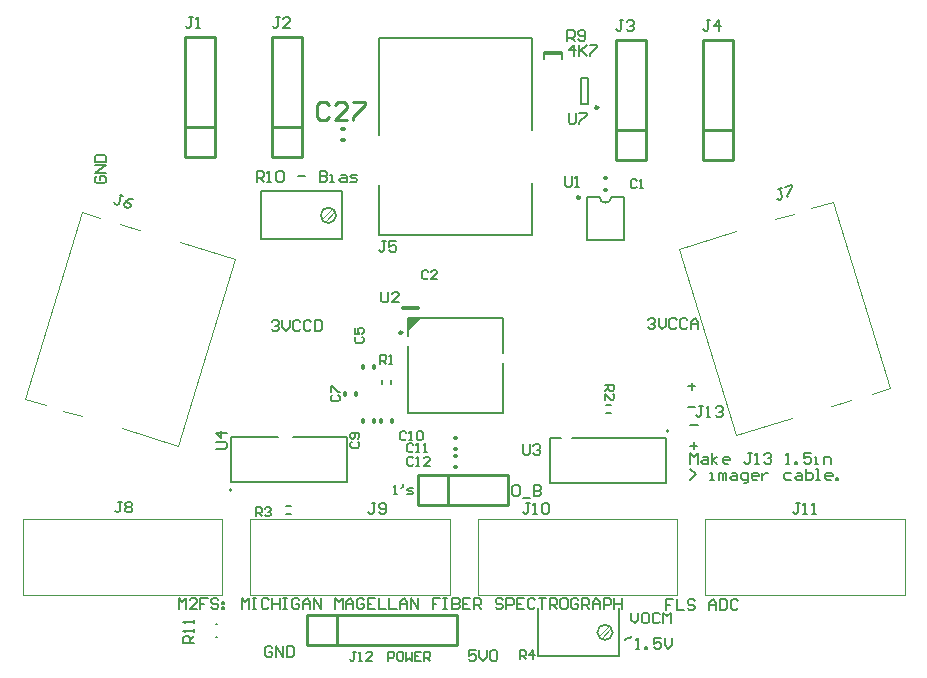
<source format=gto>
%FSLAX25Y25*%
%MOIN*%
G70*
G01*
G75*
G04 Layer_Color=65535*
%ADD10C,0.00605*%
%ADD11R,0.02756X0.03543*%
%ADD12R,0.05000X0.06000*%
%ADD13R,0.06000X0.05000*%
%ADD14R,0.06000X0.06000*%
%ADD15R,0.06496X0.00984*%
%ADD16R,0.06496X0.00984*%
%ADD17R,0.03543X0.02756*%
%ADD18C,0.02000*%
%ADD19R,0.02756X0.01575*%
%ADD20R,0.15000X0.08500*%
%ADD21R,0.01378X0.05512*%
%ADD22R,0.07087X0.06299*%
%ADD23R,0.03347X0.05118*%
%ADD24C,0.00800*%
%ADD25C,0.02000*%
%ADD26C,0.00400*%
%ADD27C,0.00500*%
%ADD28C,0.00425*%
%ADD29C,0.00600*%
%ADD30C,0.03500*%
%ADD31R,0.05200X0.05200*%
%ADD32C,0.05200*%
%ADD33C,0.13000*%
%ADD34C,0.03937*%
G04:AMPARAMS|DCode=35|XSize=78.74mil|YSize=78.74mil|CornerRadius=19.69mil|HoleSize=0mil|Usage=FLASHONLY|Rotation=0.000|XOffset=0mil|YOffset=0mil|HoleType=Round|Shape=RoundedRectangle|*
%AMROUNDEDRECTD35*
21,1,0.07874,0.03937,0,0,0.0*
21,1,0.03937,0.07874,0,0,0.0*
1,1,0.03937,0.01969,-0.01969*
1,1,0.03937,-0.01969,-0.01969*
1,1,0.03937,-0.01969,0.01969*
1,1,0.03937,0.01969,0.01969*
%
%ADD35ROUNDEDRECTD35*%
%ADD36R,0.03937X0.03937*%
%ADD37R,0.02000X0.02000*%
%ADD38R,0.05200X0.05200*%
%ADD39R,0.03740X0.02362*%
%ADD40C,0.04000*%
%ADD41P,0.02165X8X22.5*%
%ADD42C,0.03000*%
%ADD43R,0.02362X0.03740*%
%ADD44C,0.05000*%
%ADD45C,0.07400*%
%ADD46C,0.05906*%
%ADD47P,0.08352X4X298.0*%
%ADD48C,0.14000*%
%ADD49P,0.08352X4X152.0*%
%ADD50R,0.05906X0.05906*%
%ADD51C,0.02200*%
%ADD52C,0.01800*%
%ADD53C,0.04000*%
%ADD54C,0.04200*%
%ADD55C,0.02800*%
%ADD56C,0.05800*%
G04:AMPARAMS|DCode=57|XSize=68mil|YSize=68mil|CornerRadius=0mil|HoleSize=0mil|Usage=FLASHONLY|Rotation=0.000|XOffset=0mil|YOffset=0mil|HoleType=Round|Shape=Relief|Width=10mil|Gap=10mil|Entries=4|*
%AMTHD57*
7,0,0,0.06800,0.04800,0.01000,45*
%
%ADD57THD57*%
%ADD58C,0.11600*%
%ADD59C,0.04913*%
%ADD60C,0.07315*%
G04:AMPARAMS|DCode=61|XSize=20mil|YSize=20mil|CornerRadius=0mil|HoleSize=0mil|Usage=FLASHONLY|Rotation=0.000|XOffset=0mil|YOffset=0mil|HoleType=Round|Shape=Relief|Width=4mil|Gap=3mil|Entries=4|*
%AMTHD61*
7,0,0,0.02000,0.01400,0.00400,45*
%
%ADD61THD61*%
G04:AMPARAMS|DCode=62|XSize=40mil|YSize=40mil|CornerRadius=0mil|HoleSize=0mil|Usage=FLASHONLY|Rotation=0.000|XOffset=0mil|YOffset=0mil|HoleType=Round|Shape=Relief|Width=6mil|Gap=8mil|Entries=4|*
%AMTHD62*
7,0,0,0.04000,0.02400,0.00600,45*
%
%ADD62THD62*%
G04:AMPARAMS|DCode=63|XSize=52mil|YSize=52mil|CornerRadius=0mil|HoleSize=0mil|Usage=FLASHONLY|Rotation=0.000|XOffset=0mil|YOffset=0mil|HoleType=Round|Shape=Relief|Width=6mil|Gap=8mil|Entries=4|*
%AMTHD63*
7,0,0,0.05200,0.03600,0.00600,45*
%
%ADD63THD63*%
%ADD64C,0.04500*%
%ADD65C,0.08200*%
%ADD66C,0.05500*%
%ADD67C,0.14800*%
%ADD68C,0.05543*%
%ADD69C,0.03200*%
%ADD70C,0.00480*%
%ADD71C,0.00390*%
%ADD72R,0.07874X0.08661*%
%ADD73R,0.06000X0.06000*%
%ADD74C,0.02500*%
%ADD75C,0.01500*%
G04:AMPARAMS|DCode=76|XSize=98mil|YSize=98mil|CornerRadius=0mil|HoleSize=0mil|Usage=FLASHONLY|Rotation=0.000|XOffset=0mil|YOffset=0mil|HoleType=Round|Shape=Relief|Width=10mil|Gap=10mil|Entries=4|*
%AMTHD76*
7,0,0,0.09800,0.07800,0.01000,45*
%
%ADD76THD76*%
%ADD77R,0.09252X0.12205*%
%ADD78R,0.06299X0.06693*%
%ADD79R,0.06299X0.06693*%
%ADD80R,0.07874X0.08661*%
%ADD81C,0.01000*%
%ADD82C,0.00375*%
%ADD83R,0.02000X0.01000*%
%ADD84R,0.07000X0.19000*%
%ADD85R,0.01000X0.13760*%
%ADD86R,0.05000X0.14260*%
%ADD87R,0.02107X0.03100*%
%ADD88R,0.06000X0.02760*%
%ADD89R,0.00500X0.01500*%
%ADD90R,0.01500X0.03000*%
%ADD91R,0.07500X0.26000*%
%ADD92R,0.02362X0.03740*%
%ADD93R,0.02362X0.03740*%
%ADD94R,0.02362X0.03740*%
%ADD95R,0.02362X0.03740*%
%ADD96R,0.03740X0.02362*%
%ADD97R,0.03740X0.02362*%
%ADD98R,0.06000X0.03500*%
%ADD99R,0.02000X0.01500*%
%ADD100R,0.05000X0.15000*%
%ADD101R,0.01000X0.14000*%
%ADD102R,0.02000X0.02000*%
%ADD103C,0.00787*%
%ADD104C,0.00984*%
%ADD105C,0.01200*%
%ADD106C,0.00394*%
G36*
X228855Y225236D02*
Y229173D01*
X232792D01*
X228855Y225236D01*
D02*
G37*
D24*
X179828Y271500D02*
X206728D01*
Y255500D02*
Y271500D01*
X179828Y255500D02*
X206728D01*
X179828D02*
Y271500D01*
X228855Y229173D02*
X260351D01*
X228855Y223327D02*
Y229173D01*
Y197677D02*
Y219827D01*
X260351Y217677D02*
Y229173D01*
Y197677D02*
Y214323D01*
X272028Y116500D02*
Y132500D01*
Y116500D02*
X298928D01*
Y132500D01*
X178228Y274700D02*
Y278299D01*
X180027D01*
X180627Y277699D01*
Y276499D01*
X180027Y275900D01*
X178228D01*
X179428D02*
X180627Y274700D01*
X181827D02*
X183027D01*
X182427D01*
Y278299D01*
X181827Y277699D01*
X184826D02*
X185426Y278299D01*
X186625D01*
X187225Y277699D01*
Y275300D01*
X186625Y274700D01*
X185426D01*
X184826Y275300D01*
Y277699D01*
X192024Y276499D02*
X194423D01*
X199221Y278299D02*
Y274700D01*
X201021D01*
X201621Y275300D01*
Y275900D01*
X201021Y276499D01*
X199221D01*
X201021D01*
X201621Y277099D01*
Y277699D01*
X201021Y278299D01*
X199221D01*
X202820Y274700D02*
X204020D01*
X203420D01*
Y277099D01*
X202820D01*
X206419D02*
X207618D01*
X208218Y276499D01*
Y274700D01*
X206419D01*
X205819Y275300D01*
X206419Y275900D01*
X208218D01*
X209418Y274700D02*
X211217D01*
X211817Y275300D01*
X211217Y275900D01*
X210018D01*
X209418Y276499D01*
X210018Y277099D01*
X211817D01*
D26*
X200878Y261450D02*
X204278Y264850D01*
X200178Y262350D02*
X203478Y265650D01*
X292378Y123350D02*
X295678Y126650D01*
X293078Y122450D02*
X296478Y125850D01*
X152108Y186737D02*
X171112Y248897D01*
X100946Y202379D02*
X119950Y264539D01*
X152656Y254540D02*
X171112Y248897D01*
X139172Y258662D02*
X139459Y258575D01*
X133269Y192497D02*
X152108Y186737D01*
X119950Y264539D02*
X125975Y262697D01*
X132860Y260592D02*
X139172Y258662D01*
X100946Y202379D02*
X108118Y200186D01*
X113856Y198432D02*
X120072Y196532D01*
X351123Y262188D02*
X357339Y264089D01*
X363076Y265843D02*
X370249Y268036D01*
X370031Y199999D02*
X376343Y201929D01*
X383228Y204034D02*
X389253Y205876D01*
X319086Y252394D02*
X337926Y258154D01*
X369744Y199911D02*
X370031Y199999D01*
X338091Y190234D02*
X356547Y195877D01*
X370249Y268036D02*
X389253Y205876D01*
X319086Y252394D02*
X338091Y190234D01*
D29*
X204728Y263550D02*
G03*
X204728Y263550I-2550J0D01*
G01*
X296927Y124550D02*
G03*
X296927Y124550I-2550J0D01*
G01*
X169728Y174600D02*
Y189800D01*
Y174600D02*
X208328D01*
Y189800D01*
X314728Y174200D02*
Y189400D01*
X276128Y174200D02*
X314728D01*
X276128D02*
Y189400D01*
X279628D01*
X283528D02*
X314728D01*
X169728Y189800D02*
X185328D01*
X190228D02*
X208328D01*
X222128Y115100D02*
Y118099D01*
X223627D01*
X224127Y117599D01*
Y116600D01*
X223627Y116100D01*
X222128D01*
X226627Y118099D02*
X225627D01*
X225127Y117599D01*
Y115600D01*
X225627Y115100D01*
X226627D01*
X227126Y115600D01*
Y117599D01*
X226627Y118099D01*
X228126D02*
Y115100D01*
X229126Y116100D01*
X230125Y115100D01*
Y118099D01*
X233124D02*
X231125D01*
Y115100D01*
X233124D01*
X231125Y116600D02*
X232125D01*
X234124Y115100D02*
Y118099D01*
X235624D01*
X236123Y117599D01*
Y116600D01*
X235624Y116100D01*
X234124D01*
X235124D02*
X236123Y115100D01*
X211227Y118099D02*
X210228D01*
X210728D01*
Y115600D01*
X210228Y115100D01*
X209728D01*
X209228Y115600D01*
X212227Y115100D02*
X213227D01*
X212727D01*
Y118099D01*
X212227Y117599D01*
X216726Y115100D02*
X214726D01*
X216726Y117099D01*
Y117599D01*
X216226Y118099D01*
X215226D01*
X214726Y117599D01*
X282228Y297499D02*
Y294500D01*
X282828Y293900D01*
X284027D01*
X284627Y294500D01*
Y297499D01*
X285827D02*
X288226D01*
Y296899D01*
X285827Y294500D01*
Y293900D01*
X219828Y237999D02*
Y235083D01*
X220411Y234500D01*
X221577D01*
X222161Y235083D01*
Y237999D01*
X225659Y234500D02*
X223327D01*
X225659Y236833D01*
Y237416D01*
X225076Y237999D01*
X223910D01*
X223327Y237416D01*
X305027Y274999D02*
X304527Y275499D01*
X303528D01*
X303028Y274999D01*
Y273000D01*
X303528Y272500D01*
X304527D01*
X305027Y273000D01*
X306027Y272500D02*
X307027D01*
X306527D01*
Y275499D01*
X306027Y274999D01*
X228127Y190999D02*
X227627Y191499D01*
X226628D01*
X226128Y190999D01*
Y189000D01*
X226628Y188500D01*
X227627D01*
X228127Y189000D01*
X229127Y188500D02*
X230127D01*
X229627D01*
Y191499D01*
X229127Y190999D01*
X231626D02*
X232126Y191499D01*
X233126D01*
X233626Y190999D01*
Y189000D01*
X233126Y188500D01*
X232126D01*
X231626Y189000D01*
Y190999D01*
X210029Y187999D02*
X209529Y187499D01*
Y186500D01*
X210029Y186000D01*
X212028D01*
X212528Y186500D01*
Y187499D01*
X212028Y187999D01*
Y188999D02*
X212528Y189499D01*
Y190499D01*
X212028Y190998D01*
X210029D01*
X209529Y190499D01*
Y189499D01*
X210029Y188999D01*
X210529D01*
X211029Y189499D01*
Y190998D01*
X230527Y182499D02*
X230028Y182999D01*
X229028D01*
X228528Y182499D01*
Y180500D01*
X229028Y180000D01*
X230028D01*
X230527Y180500D01*
X231527Y180000D02*
X232527D01*
X232027D01*
Y182999D01*
X231527Y182499D01*
X236026Y180000D02*
X234026D01*
X236026Y181999D01*
Y182499D01*
X235526Y182999D01*
X234526D01*
X234026Y182499D01*
X203529Y203499D02*
X203029Y202999D01*
Y202000D01*
X203529Y201500D01*
X205528D01*
X206028Y202000D01*
Y202999D01*
X205528Y203499D01*
X203029Y204499D02*
Y206498D01*
X203529D01*
X205528Y204499D01*
X206028D01*
X230527Y186999D02*
X230028Y187499D01*
X229028D01*
X228528Y186999D01*
Y185000D01*
X229028Y184500D01*
X230028D01*
X230527Y185000D01*
X231527Y184500D02*
X232527D01*
X232027D01*
Y187499D01*
X231527Y186999D01*
X234026Y184500D02*
X235026D01*
X234526D01*
Y187499D01*
X234026Y186999D01*
X211529Y222999D02*
X211029Y222499D01*
Y221500D01*
X211529Y221000D01*
X213528D01*
X214028Y221500D01*
Y222499D01*
X213528Y222999D01*
X211029Y225998D02*
Y223999D01*
X212528D01*
X212029Y224999D01*
Y225499D01*
X212528Y225998D01*
X213528D01*
X214028Y225499D01*
Y224499D01*
X213528Y223999D01*
X235527Y244699D02*
X235028Y245199D01*
X234028D01*
X233528Y244699D01*
Y242700D01*
X234028Y242200D01*
X235028D01*
X235527Y242700D01*
X238526Y242200D02*
X236527D01*
X238526Y244199D01*
Y244699D01*
X238027Y245199D01*
X237027D01*
X236527Y244699D01*
X359361Y167499D02*
X358194D01*
X358777D01*
Y164583D01*
X358194Y164000D01*
X357611D01*
X357028Y164583D01*
X360527Y164000D02*
X361693D01*
X361110D01*
Y167499D01*
X360527Y166916D01*
X363443Y164000D02*
X364609D01*
X364026D01*
Y167499D01*
X363443Y166916D01*
X269361Y167499D02*
X268194D01*
X268777D01*
Y164583D01*
X268194Y164000D01*
X267611D01*
X267028Y164583D01*
X270527Y164000D02*
X271693D01*
X271110D01*
Y167499D01*
X270527Y166916D01*
X273443D02*
X274026Y167499D01*
X275192D01*
X275775Y166916D01*
Y164583D01*
X275192Y164000D01*
X274026D01*
X273443Y164583D01*
Y166916D01*
X217861Y167499D02*
X216694D01*
X217277D01*
Y164583D01*
X216694Y164000D01*
X216111D01*
X215528Y164583D01*
X219027D02*
X219610Y164000D01*
X220776D01*
X221359Y164583D01*
Y166916D01*
X220776Y167499D01*
X219610D01*
X219027Y166916D01*
Y166333D01*
X219610Y165749D01*
X221359D01*
X133361Y167999D02*
X132194D01*
X132777D01*
Y165083D01*
X132194Y164500D01*
X131611D01*
X131028Y165083D01*
X134527Y167416D02*
X135110Y167999D01*
X136276D01*
X136860Y167416D01*
Y166833D01*
X136276Y166249D01*
X136860Y165666D01*
Y165083D01*
X136276Y164500D01*
X135110D01*
X134527Y165083D01*
Y165666D01*
X135110Y166249D01*
X134527Y166833D01*
Y167416D01*
X135110Y166249D02*
X136276D01*
X265928Y115600D02*
Y118599D01*
X267427D01*
X267927Y118099D01*
Y117099D01*
X267427Y116600D01*
X265928D01*
X266928D02*
X267927Y115600D01*
X270427D02*
Y118599D01*
X268927Y117099D01*
X270926D01*
X294428Y207000D02*
X297427D01*
Y205501D01*
X296927Y205001D01*
X295928D01*
X295428Y205501D01*
Y207000D01*
Y206000D02*
X294428Y205001D01*
Y202002D02*
Y204001D01*
X296427Y202002D01*
X296927D01*
X297427Y202501D01*
Y203501D01*
X296927Y204001D01*
X177928Y163300D02*
Y166299D01*
X179428D01*
X179927Y165799D01*
Y164799D01*
X179428Y164300D01*
X177928D01*
X178928D02*
X179927Y163300D01*
X180927Y165799D02*
X181427Y166299D01*
X182427D01*
X182926Y165799D01*
Y165299D01*
X182427Y164799D01*
X181927D01*
X182427D01*
X182926Y164300D01*
Y163800D01*
X182427Y163300D01*
X181427D01*
X180927Y163800D01*
X224028Y170500D02*
X225028D01*
X224528D01*
Y173499D01*
X224028Y172999D01*
X227027Y173999D02*
Y172999D01*
X226527Y172499D01*
X228526Y170500D02*
X230026D01*
X230526Y171000D01*
X230026Y171500D01*
X229026D01*
X228526Y172000D01*
X229026Y172499D01*
X230526D01*
X185911Y329549D02*
X184744D01*
X185327D01*
Y326633D01*
X184744Y326050D01*
X184161D01*
X183578Y326633D01*
X189409Y326050D02*
X187077D01*
X189409Y328383D01*
Y328966D01*
X188826Y329549D01*
X187660D01*
X187077Y328966D01*
X300411Y328549D02*
X299244D01*
X299827D01*
Y325633D01*
X299244Y325050D01*
X298661D01*
X298078Y325633D01*
X301577Y327966D02*
X302160Y328549D01*
X303326D01*
X303909Y327966D01*
Y327383D01*
X303326Y326799D01*
X302743D01*
X303326D01*
X303909Y326216D01*
Y325633D01*
X303326Y325050D01*
X302160D01*
X301577Y325633D01*
X329411Y328549D02*
X328244D01*
X328827D01*
Y325633D01*
X328244Y325050D01*
X327661D01*
X327078Y325633D01*
X332326Y325050D02*
Y328549D01*
X330577Y326799D01*
X332909D01*
X219528Y214000D02*
Y216999D01*
X221027D01*
X221527Y216499D01*
Y215499D01*
X221027Y215000D01*
X219528D01*
X220528D02*
X221527Y214000D01*
X222527D02*
X223527D01*
X223027D01*
Y216999D01*
X222527Y216499D01*
X281028Y276499D02*
Y273583D01*
X281611Y273000D01*
X282777D01*
X283361Y273583D01*
Y276499D01*
X284527Y273000D02*
X285693D01*
X285110D01*
Y276499D01*
X284527Y275916D01*
X267028Y187199D02*
Y184283D01*
X267611Y183700D01*
X268777D01*
X269361Y184283D01*
Y187199D01*
X270527Y186616D02*
X271110Y187199D01*
X272276D01*
X272860Y186616D01*
Y186033D01*
X272276Y185449D01*
X271693D01*
X272276D01*
X272860Y184866D01*
Y184283D01*
X272276Y183700D01*
X271110D01*
X270527Y184283D01*
X164729Y185800D02*
X167645D01*
X168228Y186383D01*
Y187549D01*
X167645Y188133D01*
X164729D01*
X168228Y191048D02*
X164729D01*
X166479Y189299D01*
Y191631D01*
X221361Y254899D02*
X220194D01*
X220777D01*
Y251983D01*
X220194Y251400D01*
X219611D01*
X219028Y251983D01*
X224859Y254899D02*
X222527D01*
Y253149D01*
X223693Y253733D01*
X224276D01*
X224859Y253149D01*
Y251983D01*
X224276Y251400D01*
X223110D01*
X222527Y251983D01*
X156911Y329549D02*
X155744D01*
X156327D01*
Y326633D01*
X155744Y326050D01*
X155161D01*
X154578Y326633D01*
X158077Y326050D02*
X159243D01*
X158660D01*
Y329549D01*
X158077Y328966D01*
X353236Y272528D02*
X352120Y272187D01*
X352678Y272358D01*
X353531Y269569D01*
X353143Y268841D01*
X352586Y268671D01*
X351857Y269058D01*
X354351Y272869D02*
X356582Y273551D01*
X356752Y272993D01*
X355204Y270081D01*
X355374Y269523D01*
X133682Y270064D02*
X132566Y270405D01*
X133124Y270234D01*
X132272Y267446D01*
X131543Y267059D01*
X130986Y267230D01*
X130598Y267958D01*
X137028Y269041D02*
X135742Y268824D01*
X134285Y268050D01*
X133944Y266935D01*
X134332Y266207D01*
X135447Y265865D01*
X136175Y266253D01*
X136346Y266810D01*
X135959Y267538D01*
X134285Y268050D01*
X284027Y316700D02*
Y320299D01*
X282228Y318499D01*
X284627D01*
X285827Y320299D02*
Y316700D01*
Y317900D01*
X288226Y320299D01*
X286427Y318499D01*
X288226Y316700D01*
X289426Y320299D02*
X291825D01*
Y319699D01*
X289426Y317300D01*
Y316700D01*
X281828Y321600D02*
Y325199D01*
X283627D01*
X284227Y324599D01*
Y323399D01*
X283627Y322800D01*
X281828D01*
X283028D02*
X284227Y321600D01*
X285427Y322200D02*
X286027Y321600D01*
X287226D01*
X287826Y322200D01*
Y324599D01*
X287226Y325199D01*
X286027D01*
X285427Y324599D01*
Y323999D01*
X286027Y323399D01*
X287826D01*
X157328Y120900D02*
X153729D01*
Y122699D01*
X154329Y123299D01*
X155529D01*
X156128Y122699D01*
Y120900D01*
Y122100D02*
X157328Y123299D01*
Y124499D02*
Y125698D01*
Y125099D01*
X153729D01*
X154329Y124499D01*
X157328Y127498D02*
Y128698D01*
Y128098D01*
X153729D01*
X154329Y127498D01*
X124929Y276599D02*
X124329Y275999D01*
Y274800D01*
X124929Y274200D01*
X127328D01*
X127928Y274800D01*
Y275999D01*
X127328Y276599D01*
X126129D01*
Y275400D01*
X127928Y277799D02*
X124329D01*
X127928Y280198D01*
X124329D01*
Y281398D02*
X127928D01*
Y283197D01*
X127328Y283797D01*
X124929D01*
X124329Y283197D01*
Y281398D01*
X317127Y135499D02*
X314728D01*
Y133699D01*
X315928D01*
X314728D01*
Y131900D01*
X318327Y135499D02*
Y131900D01*
X320726D01*
X324325Y134899D02*
X323725Y135499D01*
X322526D01*
X321926Y134899D01*
Y134299D01*
X322526Y133699D01*
X323725D01*
X324325Y133100D01*
Y132500D01*
X323725Y131900D01*
X322526D01*
X321926Y132500D01*
X329123Y131900D02*
Y134299D01*
X330323Y135499D01*
X331523Y134299D01*
Y131900D01*
Y133699D01*
X329123D01*
X332722Y135499D02*
Y131900D01*
X334522D01*
X335121Y132500D01*
Y134899D01*
X334522Y135499D01*
X332722D01*
X338720Y134899D02*
X338121Y135499D01*
X336921D01*
X336321Y134899D01*
Y132500D01*
X336921Y131900D01*
X338121D01*
X338720Y132500D01*
X152328Y132300D02*
Y135899D01*
X153528Y134699D01*
X154727Y135899D01*
Y132300D01*
X158326D02*
X155927D01*
X158326Y134699D01*
Y135299D01*
X157726Y135899D01*
X156527D01*
X155927Y135299D01*
X161925Y135899D02*
X159526D01*
Y134099D01*
X160725D01*
X159526D01*
Y132300D01*
X165524Y135299D02*
X164924Y135899D01*
X163724D01*
X163125Y135299D01*
Y134699D01*
X163724Y134099D01*
X164924D01*
X165524Y133500D01*
Y132900D01*
X164924Y132300D01*
X163724D01*
X163125Y132900D01*
X166723Y134699D02*
X167323D01*
Y134099D01*
X166723D01*
Y134699D01*
Y132900D02*
X167323D01*
Y132300D01*
X166723D01*
Y132900D01*
X173321Y132300D02*
Y135899D01*
X174521Y134699D01*
X175721Y135899D01*
Y132300D01*
X176920Y135899D02*
X178120D01*
X177520D01*
Y132300D01*
X176920D01*
X178120D01*
X182318Y135299D02*
X181719Y135899D01*
X180519D01*
X179919Y135299D01*
Y132900D01*
X180519Y132300D01*
X181719D01*
X182318Y132900D01*
X183518Y135899D02*
Y132300D01*
Y134099D01*
X185917D01*
Y135899D01*
Y132300D01*
X187117Y135899D02*
X188316D01*
X187717D01*
Y132300D01*
X187117D01*
X188316D01*
X192515Y135299D02*
X191915Y135899D01*
X190716D01*
X190116Y135299D01*
Y132900D01*
X190716Y132300D01*
X191915D01*
X192515Y132900D01*
Y134099D01*
X191315D01*
X193715Y132300D02*
Y134699D01*
X194914Y135899D01*
X196114Y134699D01*
Y132300D01*
Y134099D01*
X193715D01*
X197313Y132300D02*
Y135899D01*
X199713Y132300D01*
Y135899D01*
X204511Y132300D02*
Y135899D01*
X205711Y134699D01*
X206910Y135899D01*
Y132300D01*
X208110D02*
Y134699D01*
X209310Y135899D01*
X210509Y134699D01*
Y132300D01*
Y134099D01*
X208110D01*
X214108Y135299D02*
X213508Y135899D01*
X212309D01*
X211709Y135299D01*
Y132900D01*
X212309Y132300D01*
X213508D01*
X214108Y132900D01*
Y134099D01*
X212909D01*
X217707Y135899D02*
X215308D01*
Y132300D01*
X217707D01*
X215308Y134099D02*
X216507D01*
X218906Y135899D02*
Y132300D01*
X221306D01*
X222505Y135899D02*
Y132300D01*
X224905D01*
X226104D02*
Y134699D01*
X227304Y135899D01*
X228503Y134699D01*
Y132300D01*
Y134099D01*
X226104D01*
X229703Y132300D02*
Y135899D01*
X232102Y132300D01*
Y135899D01*
X239300D02*
X236901D01*
Y134099D01*
X238100D01*
X236901D01*
Y132300D01*
X240500Y135899D02*
X241699D01*
X241099D01*
Y132300D01*
X240500D01*
X241699D01*
X243499Y135899D02*
Y132300D01*
X245298D01*
X245898Y132900D01*
Y133500D01*
X245298Y134099D01*
X243499D01*
X245298D01*
X245898Y134699D01*
Y135299D01*
X245298Y135899D01*
X243499D01*
X249497D02*
X247097D01*
Y132300D01*
X249497D01*
X247097Y134099D02*
X248297D01*
X250696Y132300D02*
Y135899D01*
X252496D01*
X253096Y135299D01*
Y134099D01*
X252496Y133500D01*
X250696D01*
X251896D02*
X253096Y132300D01*
X260293Y135299D02*
X259693Y135899D01*
X258494D01*
X257894Y135299D01*
Y134699D01*
X258494Y134099D01*
X259693D01*
X260293Y133500D01*
Y132900D01*
X259693Y132300D01*
X258494D01*
X257894Y132900D01*
X261493Y132300D02*
Y135899D01*
X263292D01*
X263892Y135299D01*
Y134099D01*
X263292Y133500D01*
X261493D01*
X267491Y135899D02*
X265092D01*
Y132300D01*
X267491D01*
X265092Y134099D02*
X266291D01*
X271090Y135299D02*
X270490Y135899D01*
X269290D01*
X268690Y135299D01*
Y132900D01*
X269290Y132300D01*
X270490D01*
X271090Y132900D01*
X272289Y135899D02*
X274689D01*
X273489D01*
Y132300D01*
X275888D02*
Y135899D01*
X277688D01*
X278287Y135299D01*
Y134099D01*
X277688Y133500D01*
X275888D01*
X277088D02*
X278287Y132300D01*
X281286Y135899D02*
X280087D01*
X279487Y135299D01*
Y132900D01*
X280087Y132300D01*
X281286D01*
X281886Y132900D01*
Y135299D01*
X281286Y135899D01*
X285485Y135299D02*
X284885Y135899D01*
X283686D01*
X283086Y135299D01*
Y132900D01*
X283686Y132300D01*
X284885D01*
X285485Y132900D01*
Y134099D01*
X284285D01*
X286685Y132300D02*
Y135899D01*
X288484D01*
X289084Y135299D01*
Y134099D01*
X288484Y133500D01*
X286685D01*
X287884D02*
X289084Y132300D01*
X290283D02*
Y134699D01*
X291483Y135899D01*
X292683Y134699D01*
Y132300D01*
Y134099D01*
X290283D01*
X293882Y132300D02*
Y135899D01*
X295682D01*
X296282Y135299D01*
Y134099D01*
X295682Y133500D01*
X293882D01*
X297481Y135899D02*
Y132300D01*
Y134099D01*
X299880D01*
Y135899D01*
Y132300D01*
X303028Y131099D02*
Y128700D01*
X304228Y127500D01*
X305427Y128700D01*
Y131099D01*
X308426D02*
X307227D01*
X306627Y130499D01*
Y128100D01*
X307227Y127500D01*
X308426D01*
X309026Y128100D01*
Y130499D01*
X308426Y131099D01*
X312625Y130499D02*
X312025Y131099D01*
X310825D01*
X310226Y130499D01*
Y128100D01*
X310825Y127500D01*
X312025D01*
X312625Y128100D01*
X313825Y127500D02*
Y131099D01*
X315024Y129899D01*
X316224Y131099D01*
Y127500D01*
X265327Y173599D02*
X264128D01*
X263528Y172999D01*
Y170600D01*
X264128Y170000D01*
X265327D01*
X265927Y170600D01*
Y172999D01*
X265327Y173599D01*
X267127Y169400D02*
X269526D01*
X270726Y173599D02*
Y170000D01*
X272525D01*
X273125Y170600D01*
Y171200D01*
X272525Y171799D01*
X270726D01*
X272525D01*
X273125Y172399D01*
Y172999D01*
X272525Y173599D01*
X270726D01*
X301028Y121999D02*
X301628Y122599D01*
X302827D01*
X303427Y123199D01*
X304627Y119000D02*
X305826D01*
X305227D01*
Y122599D01*
X304627Y121999D01*
X307626Y119000D02*
Y119600D01*
X308226D01*
Y119000D01*
X307626D01*
X313024Y122599D02*
X310625D01*
Y120799D01*
X311824Y121399D01*
X312424D01*
X313024Y120799D01*
Y119600D01*
X312424Y119000D01*
X311225D01*
X310625Y119600D01*
X314224Y122599D02*
Y120200D01*
X315423Y119000D01*
X316623Y120200D01*
Y122599D01*
X183527Y119299D02*
X182927Y119899D01*
X181728D01*
X181128Y119299D01*
Y116900D01*
X181728Y116300D01*
X182927D01*
X183527Y116900D01*
Y118099D01*
X182328D01*
X184727Y116300D02*
Y119899D01*
X187126Y116300D01*
Y119899D01*
X188326D02*
Y116300D01*
X190125D01*
X190725Y116900D01*
Y119299D01*
X190125Y119899D01*
X188326D01*
X251327Y118599D02*
X248928D01*
Y116799D01*
X250128Y117399D01*
X250727D01*
X251327Y116799D01*
Y115600D01*
X250727Y115000D01*
X249528D01*
X248928Y115600D01*
X252527Y118599D02*
Y116200D01*
X253727Y115000D01*
X254926Y116200D01*
Y118599D01*
X256126Y117999D02*
X256726Y118599D01*
X257925D01*
X258525Y117999D01*
Y115600D01*
X257925Y115000D01*
X256726D01*
X256126Y115600D01*
Y117999D01*
X183228Y227999D02*
X183828Y228599D01*
X185027D01*
X185627Y227999D01*
Y227399D01*
X185027Y226799D01*
X184428D01*
X185027D01*
X185627Y226200D01*
Y225600D01*
X185027Y225000D01*
X183828D01*
X183228Y225600D01*
X186827Y228599D02*
Y226200D01*
X188026Y225000D01*
X189226Y226200D01*
Y228599D01*
X192825Y227999D02*
X192225Y228599D01*
X191025D01*
X190426Y227999D01*
Y225600D01*
X191025Y225000D01*
X192225D01*
X192825Y225600D01*
X196424Y227999D02*
X195824Y228599D01*
X194624D01*
X194025Y227999D01*
Y225600D01*
X194624Y225000D01*
X195824D01*
X196424Y225600D01*
X197623Y228599D02*
Y225000D01*
X199423D01*
X200023Y225600D01*
Y227999D01*
X199423Y228599D01*
X197623D01*
X308628Y228599D02*
X309228Y229199D01*
X310427D01*
X311027Y228599D01*
Y227999D01*
X310427Y227399D01*
X309828D01*
X310427D01*
X311027Y226800D01*
Y226200D01*
X310427Y225600D01*
X309228D01*
X308628Y226200D01*
X312227Y229199D02*
Y226800D01*
X313426Y225600D01*
X314626Y226800D01*
Y229199D01*
X318225Y228599D02*
X317625Y229199D01*
X316425D01*
X315826Y228599D01*
Y226200D01*
X316425Y225600D01*
X317625D01*
X318225Y226200D01*
X321824Y228599D02*
X321224Y229199D01*
X320024D01*
X319425Y228599D01*
Y226200D01*
X320024Y225600D01*
X321224D01*
X321824Y226200D01*
X323023Y225600D02*
Y227999D01*
X324223Y229199D01*
X325423Y227999D01*
Y225600D01*
Y227399D01*
X323023D01*
X322728Y186699D02*
X325127D01*
X323928Y187899D02*
Y185500D01*
X322828Y193599D02*
X325227D01*
X327027Y199899D02*
X325828D01*
X326427D01*
Y196900D01*
X325828Y196300D01*
X325228D01*
X324628Y196900D01*
X328227Y196300D02*
X329427D01*
X328827D01*
Y199899D01*
X328227Y199299D01*
X331226D02*
X331826Y199899D01*
X333025D01*
X333625Y199299D01*
Y198699D01*
X333025Y198099D01*
X332425D01*
X333025D01*
X333625Y197500D01*
Y196900D01*
X333025Y196300D01*
X331826D01*
X331226Y196900D01*
X322028Y206599D02*
X324427D01*
X323228Y207799D02*
Y205400D01*
X321928Y199499D02*
X324327D01*
X322828Y180700D02*
Y184299D01*
X324028Y183099D01*
X325227Y184299D01*
Y180700D01*
X327027Y183099D02*
X328226D01*
X328826Y182499D01*
Y180700D01*
X327027D01*
X326427Y181300D01*
X327027Y181900D01*
X328826D01*
X330026Y180700D02*
Y184299D01*
Y181900D02*
X331825Y183099D01*
X330026Y181900D02*
X331825Y180700D01*
X335424D02*
X334224D01*
X333625Y181300D01*
Y182499D01*
X334224Y183099D01*
X335424D01*
X336024Y182499D01*
Y181900D01*
X333625D01*
X343221Y184299D02*
X342022D01*
X342622D01*
Y181300D01*
X342022Y180700D01*
X341422D01*
X340822Y181300D01*
X344421Y180700D02*
X345621D01*
X345021D01*
Y184299D01*
X344421Y183699D01*
X347420D02*
X348020Y184299D01*
X349219D01*
X349819Y183699D01*
Y183099D01*
X349219Y182499D01*
X348620D01*
X349219D01*
X349819Y181900D01*
Y181300D01*
X349219Y180700D01*
X348020D01*
X347420Y181300D01*
X354618Y180700D02*
X355817D01*
X355218D01*
Y184299D01*
X354618Y183699D01*
X357617Y180700D02*
Y181300D01*
X358217D01*
Y180700D01*
X357617D01*
X363015Y184299D02*
X360616D01*
Y182499D01*
X361815Y183099D01*
X362415D01*
X363015Y182499D01*
Y181300D01*
X362415Y180700D01*
X361216D01*
X360616Y181300D01*
X364215Y180700D02*
X365414D01*
X364814D01*
Y183099D01*
X364215D01*
X367214Y180700D02*
Y183099D01*
X369013D01*
X369613Y182499D01*
Y180700D01*
X322828Y175400D02*
X324627Y177199D01*
X322828Y178999D01*
X329426Y175400D02*
X330626D01*
X330026D01*
Y177799D01*
X329426D01*
X332425Y175400D02*
Y177799D01*
X333025D01*
X333625Y177199D01*
Y175400D01*
Y177199D01*
X334224Y177799D01*
X334824Y177199D01*
Y175400D01*
X336624Y177799D02*
X337823D01*
X338423Y177199D01*
Y175400D01*
X336624D01*
X336024Y176000D01*
X336624Y176600D01*
X338423D01*
X340822Y174200D02*
X341422D01*
X342022Y174800D01*
Y177799D01*
X340222D01*
X339623Y177199D01*
Y176000D01*
X340222Y175400D01*
X342022D01*
X345021D02*
X343821D01*
X343221Y176000D01*
Y177199D01*
X343821Y177799D01*
X345021D01*
X345621Y177199D01*
Y176600D01*
X343221D01*
X346820Y177799D02*
Y175400D01*
Y176600D01*
X347420Y177199D01*
X348020Y177799D01*
X348620D01*
X356417D02*
X354618D01*
X354018Y177199D01*
Y176000D01*
X354618Y175400D01*
X356417D01*
X358217Y177799D02*
X359416D01*
X360016Y177199D01*
Y175400D01*
X358217D01*
X357617Y176000D01*
X358217Y176600D01*
X360016D01*
X361216Y178999D02*
Y175400D01*
X363015D01*
X363615Y176000D01*
Y176600D01*
Y177199D01*
X363015Y177799D01*
X361216D01*
X364814Y175400D02*
X366014D01*
X365414D01*
Y178999D01*
X364814D01*
X369613Y175400D02*
X368413D01*
X367813Y176000D01*
Y177199D01*
X368413Y177799D01*
X369613D01*
X370213Y177199D01*
Y176600D01*
X367813D01*
X371412Y175400D02*
Y176000D01*
X372012D01*
Y175400D01*
X371412D01*
D81*
X194928Y120300D02*
X244928D01*
Y130300D01*
X194928D02*
X244928D01*
X194928Y120300D02*
Y130300D01*
X204928Y120300D02*
Y130300D01*
X337028Y282000D02*
Y322000D01*
X327028D02*
X337028D01*
X327028Y282000D02*
Y322000D01*
Y282000D02*
X337028D01*
X327028Y292000D02*
X337028D01*
X308028Y282000D02*
Y322000D01*
X298028D02*
X308028D01*
X298028Y282000D02*
Y322000D01*
Y282000D02*
X308028D01*
X298028Y292000D02*
X308028D01*
X193528Y283000D02*
Y323000D01*
X183528D02*
X193528D01*
X183528Y283000D02*
Y323000D01*
Y283000D02*
X193528D01*
X183528Y293000D02*
X193528D01*
X164528Y283000D02*
Y323000D01*
X154528D02*
X164528D01*
X154528Y283000D02*
Y323000D01*
Y283000D02*
X164528D01*
X154528Y293000D02*
X164528D01*
X232028Y167000D02*
X262028D01*
Y177000D01*
X232028D02*
X262028D01*
X232028Y167000D02*
Y177000D01*
X242028Y167000D02*
Y177000D01*
X169328Y171900D02*
Y172400D01*
X315128Y191600D02*
Y192100D01*
X202327Y300198D02*
X201327Y301198D01*
X199328D01*
X198328Y300198D01*
Y296200D01*
X199328Y295200D01*
X201327D01*
X202327Y296200D01*
X208325Y295200D02*
X204326D01*
X208325Y299199D01*
Y300198D01*
X207325Y301198D01*
X205326D01*
X204326Y300198D01*
X210324Y301198D02*
X214323D01*
Y300198D01*
X210324Y296200D01*
Y295200D01*
D103*
X292494Y269783D02*
G03*
X296562Y269783I2034J0D01*
G01*
X294641Y197622D02*
X296215D01*
X294641Y200378D02*
X296215D01*
X188141Y166678D02*
X189715D01*
X188141Y163922D02*
X189715D01*
X300630Y255216D02*
Y269783D01*
X288426Y255216D02*
Y269783D01*
Y255216D02*
X300630D01*
X296562Y269783D02*
X300630D01*
X288426D02*
X292494D01*
X222906Y207213D02*
Y208787D01*
X220150Y207213D02*
Y208787D01*
X228855Y225236D02*
X232792Y229173D01*
X228855Y197677D02*
X260351D01*
X286347Y300669D02*
Y309331D01*
X288709Y300669D02*
Y309331D01*
X286347D02*
X288709D01*
X286347Y300669D02*
X288709D01*
X280178Y315619D02*
Y317981D01*
X273878Y315619D02*
Y317981D01*
X280178D01*
X273878Y317233D02*
X280178D01*
X219028Y322500D02*
X270028D01*
X219028Y257000D02*
X270028D01*
X219028D02*
Y273700D01*
Y290300D02*
Y322500D01*
X270028Y257000D02*
Y274300D01*
Y292100D02*
Y322500D01*
X164631Y122835D02*
X165025D01*
X164631Y127165D02*
X165025D01*
D104*
X286028Y269500D02*
G03*
X286028Y269500I-492J0D01*
G01*
X226788Y224449D02*
G03*
X226788Y224449I-492J0D01*
G01*
X292056Y299488D02*
G03*
X292056Y299488I-492J0D01*
G01*
D105*
X206728Y292300D02*
X207228D01*
X206728Y288500D02*
X207228D01*
X294228Y272100D02*
X294728D01*
X294228Y275900D02*
X294728D01*
X223428Y194700D02*
Y195200D01*
X219628Y194700D02*
Y195200D01*
X213628Y194800D02*
Y195300D01*
X217428Y194800D02*
Y195300D01*
X244228Y179600D02*
X244728D01*
X244228Y183400D02*
X244728D01*
X211428Y203700D02*
Y204200D01*
X207628Y203700D02*
Y204200D01*
X244328Y189400D02*
X244828D01*
X244328Y185600D02*
X244828D01*
X217428Y212700D02*
Y213200D01*
X213628Y212700D02*
Y213200D01*
X227028Y232500D02*
X232028D01*
D106*
X327745Y136996D02*
X394280D01*
X327745D02*
Y162417D01*
X394280Y136996D02*
Y162417D01*
X327745D02*
X394280D01*
X251919Y136996D02*
X318455D01*
X251919D02*
Y162417D01*
X318455Y136996D02*
Y162417D01*
X251919D02*
X318455D01*
X176094Y136996D02*
X242629D01*
X176094D02*
Y162417D01*
X242629Y136996D02*
Y162417D01*
X176094D02*
X242629D01*
X100268Y136996D02*
X166804D01*
X100268D02*
Y162417D01*
X166804Y136996D02*
Y162417D01*
X100268D02*
X166804D01*
M02*

</source>
